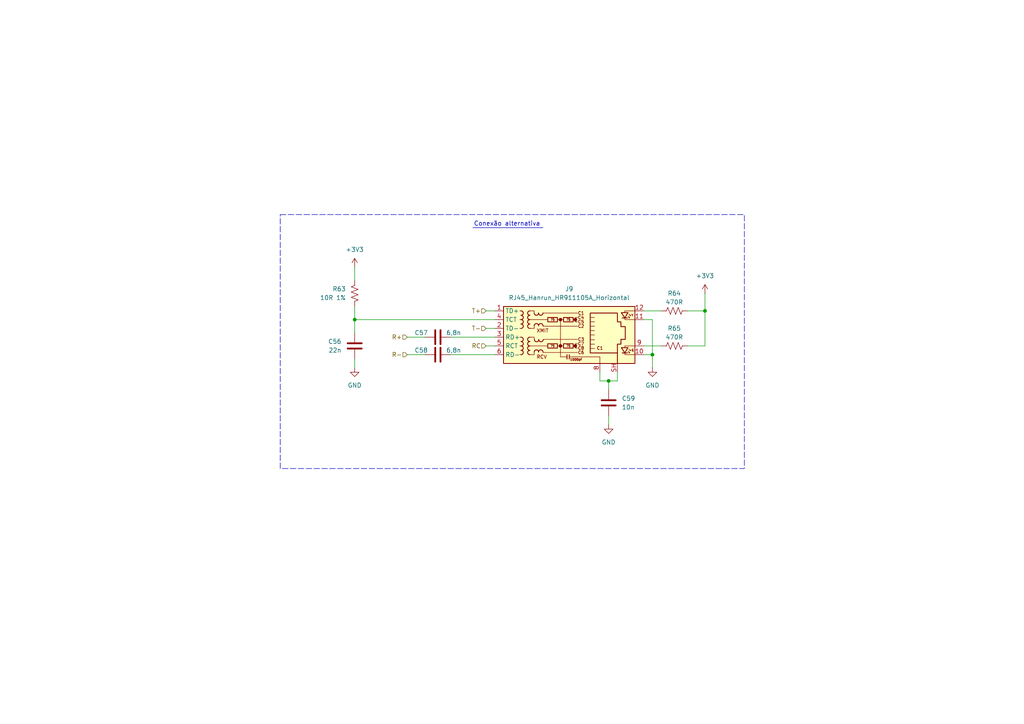
<source format=kicad_sch>
(kicad_sch (version 20231120) (generator "eeschema") (generator_version "8.0")
  (paper "A4")
  (title_block (title "SFP_IC") (date "2025-11-07") (rev "v1.0") (company "UNIFEI-LABTEL") (comment 1 "Autor: Josué Benevides Sanchez"))
  (lib_symbols
    (symbol "Connector:RJ45_Hanrun_HR911105A_Horizontal"
      (property "Reference" "J" (at 18.415 10.16 0))
      (property "Value" "RJ45_Hanrun_HR911105A_Horizontal" (at -19.05 10.16 0))
      (symbol "RJ45_Hanrun_HR911105A_Horizontal_0_0"
        (circle (center -1.27 -2.54) (radius 0.0001) (stroke (width 0.508)))
        (circle (center -1.27 5.08) (radius 0.0001) (stroke (width 0.508)))
        (polyline (pts (xy -1.27 5.08) (xy -1.27 -5.715)))
        (polyline (pts (xy 0.635 -5.08) (xy 0.635 -6.35)) (stroke (width 0.254)))
        (polyline (pts (xy 1.27 -5.08) (xy 1.27 -6.35)) (stroke (width 0.254)))
        (polyline (pts (xy 3.048 -2.54) (xy 2.54 -2.54)))
        (polyline (pts (xy 3.048 5.08) (xy 2.54 5.08)))
        (polyline (pts (xy 17.399 -3.048) (xy 17.399 -2.54) (xy 20.32 -2.54)))
        (polyline (pts (xy 17.399 7.112) (xy 17.399 7.62) (xy 20.32 7.62)))
        (polyline (pts (xy 20.32 -5.08) (xy 17.399 -5.08) (xy 17.399 -4.572)))
        (polyline (pts (xy 20.32 5.08) (xy 17.399 5.08) (xy 17.399 5.588)))
        (polyline (pts (xy 3.683 -1.905) (xy 3.048 -1.905) (xy 3.048 -3.175) (xy 3.683 -3.175)))
        (polyline (pts (xy 3.683 5.715) (xy 3.048 5.715) (xy 3.048 4.445) (xy 3.683 4.445)))
        (circle (center 3.048 -2.54) (radius 0.0001) (stroke (width 0.508)))
        (circle (center 3.048 5.08) (radius 0.0001) (stroke (width 0.508)))
        (text "C1" (at 4.699 6.985 0) (effects (font (size 0.889 0.889))))
        (text "C1" (at 10.16 -3.175 0) (effects (font (size 0.889 0.889))))
        (text "C2" (at 4.699 3.175 0) (effects (font (size 0.889 0.889))))
        (text "C3" (at 4.699 -0.635 0) (effects (font (size 0.889 0.889))))
        (text "C4" (at 4.699 5.715 0) (effects (font (size 0.889 0.889))))
        (text "C5" (at 4.699 4.445 0) (effects (font (size 0.889 0.889))))
        (text "C6" (at 4.699 -4.445 0) (effects (font (size 0.889 0.889))))
        (text "C7" (at 4.699 -1.905 0) (effects (font (size 0.889 0.889))))
        (text "C8" (at 4.699 -3.175 0) (effects (font (size 0.889 0.889))))
        (text "RCV" (at -8.255 -5.715 0) (effects (font (size 1.016 1.016)) (justify left)))
        (text "XMIT" (at -8.255 1.905 0) (effects (font (size 1.016 1.016)) (justify left)))
      )
      (symbol "RJ45_Hanrun_HR911105A_Horizontal_0_1"
        (rectangle (start -17.78 8.89) (end 20.32 -7.62) (stroke (width 0.254)) (fill (type background)))
        (polyline (pts (xy -12.7 -5.08) (xy -13.081 -5.08)))
        (polyline (pts (xy -12.7 -2.54) (xy -13.081 -2.54)))
        (polyline (pts (xy -12.7 0) (xy -13.081 0)))
        (polyline (pts (xy -12.7 2.54) (xy -13.081 2.54)))
        (polyline (pts (xy -12.7 5.08) (xy -13.081 5.08)))
        (polyline (pts (xy -12.7 7.62) (xy -13.081 7.62)))
        (polyline (pts (xy -6.35 -4.445) (xy 3.683 -4.445)))
        (polyline (pts (xy -6.35 3.175) (xy 3.683 3.175)))
        (polyline (pts (xy -6.35 6.985) (xy 3.683 6.985)))
        (polyline (pts (xy -6.223 -0.635) (xy 3.683 -0.635)))
        (polyline (pts (xy -5.08 -2.54) (xy -10.16 -2.54)))
        (polyline (pts (xy -4.953 5.08) (xy -10.16 5.08)))
        (polyline (pts (xy -2.159 -2.54) (xy -0.381 -2.54)))
        (polyline (pts (xy -2.159 5.08) (xy -0.381 5.08)))
        (polyline (pts (xy 0.635 -5.715) (xy -1.27 -5.715)))
        (polyline (pts (xy 7.366 -2.032) (xy 8.636 -2.032)))
        (polyline (pts (xy 7.366 -0.762) (xy 8.636 -0.762)))
        (polyline (pts (xy 7.366 0.635) (xy 8.636 0.635)))
        (polyline (pts (xy 7.366 1.905) (xy 8.636 1.905)))
        (polyline (pts (xy 7.366 3.175) (xy 8.636 3.175)))
        (polyline (pts (xy 8.636 -3.302) (xy 7.366 -3.302)))
        (polyline (pts (xy 8.636 4.445) (xy 7.366 4.445)))
        (polyline (pts (xy 8.636 5.715) (xy 7.366 5.715)))
        (polyline (pts (xy 10.16 -5.715) (xy 1.27 -5.715)))
        (polyline (pts (xy 10.16 -5.715) (xy 10.16 -7.62)))
        (polyline (pts (xy -10.16 0) (xy -8.89 0) (xy -8.89 -0.635)))
        (polyline (pts (xy -10.16 7.62) (xy -8.89 7.62) (xy -8.89 6.985)))
        (polyline (pts (xy -8.89 -4.445) (xy -8.89 -5.08) (xy -10.16 -5.08)))
        (polyline (pts (xy -8.89 3.175) (xy -8.89 2.54) (xy -10.16 2.54)))
      )
      (symbol "RJ45_Hanrun_HR911105A_Horizontal_1_0"
        (text "1000pF" (at 3.302 -6.477 0) (effects (font (size 0.635 0.635))))
      )
      (symbol "RJ45_Hanrun_HR911105A_Horizontal_1_1"
        (arc (start -12.7 -1.27) (mid -12.0677 -0.635) (end -12.7 0) (stroke (width 0.254)))
        (arc (start -12.6973 -5.08) (mid -12.065 -4.445) (end -12.6973 -3.81) (stroke (width 0.254)))
        (arc (start -12.6973 -3.81) (mid -12.065 -3.175) (end -12.6973 -2.54) (stroke (width 0.254)))
        (arc (start -12.6973 -2.54) (mid -12.065 -1.905) (end -12.6973 -1.27) (stroke (width 0.254)))
        (arc (start -12.6973 6.35) (mid -12.065 6.985) (end -12.6973 7.62) (stroke (width 0.254)))
        (arc (start -12.6946 2.54) (mid -12.0623 3.175) (end -12.6946 3.81) (stroke (width 0.254)))
        (arc (start -12.6946 3.81) (mid -12.0623 4.445) (end -12.6946 5.08) (stroke (width 0.254)))
        (arc (start -12.6946 5.08) (mid -12.0623 5.715) (end -12.6946 6.35) (stroke (width 0.254)))
        (arc (start -10.1654 -2.54) (mid -10.7977 -3.175) (end -10.1654 -3.81) (stroke (width 0.254)))
        (arc (start -10.1654 -1.27) (mid -10.7977 -1.905) (end -10.1654 -2.54) (stroke (width 0.254)))
        (arc (start -10.1654 0) (mid -10.7977 -0.635) (end -10.1654 -1.27) (stroke (width 0.254)))
        (arc (start -10.1654 5.08) (mid -10.7977 4.445) (end -10.1654 3.81) (stroke (width 0.254)))
        (arc (start -10.1654 6.35) (mid -10.7977 5.715) (end -10.1654 5.08) (stroke (width 0.254)))
        (arc (start -10.1654 7.62) (mid -10.7977 6.985) (end -10.1654 6.35) (stroke (width 0.254)))
        (arc (start -10.1627 -3.81) (mid -10.795 -4.445) (end -10.1627 -5.08) (stroke (width 0.254)))
        (arc (start -10.1627 3.81) (mid -10.795 3.175) (end -10.1627 2.54) (stroke (width 0.254)))
        (arc (start -8.89 6.9823) (mid -8.255 6.35) (end -7.62 6.9823) (stroke (width 0.254)))
        (arc (start -8.8265 -0.7012) (mid -8.1915 -1.3335) (end -7.5565 -0.7012) (stroke (width 0.254)))
        (arc (start -7.62 -4.3153) (mid -8.255 -3.683) (end -8.89 -4.3153) (stroke (width 0.254)))
        (arc (start -7.62 3.3047) (mid -8.255 3.937) (end -8.89 3.3047) (stroke (width 0.254)))
        (arc (start -7.62 6.985) (mid -6.985 6.3527) (end -6.35 6.985) (stroke (width 0.254)))
        (arc (start -7.5565 -0.6985) (mid -6.9215 -1.3308) (end -6.2865 -0.6985) (stroke (width 0.254)))
        (arc (start -6.35 -4.3126) (mid -6.985 -3.6803) (end -7.62 -4.3126) (stroke (width 0.254)))
        (arc (start -6.35 3.3074) (mid -6.985 3.9397) (end -7.62 3.3074) (stroke (width 0.254)))
        (rectangle (start -4.953 -1.905) (end -2.159 -3.175) (stroke (width 0.254)))
        (rectangle (start -4.953 5.715) (end -2.159 4.445) (stroke (width 0.254)))
        (rectangle (start -0.381 -1.905) (end 2.413 -3.175) (stroke (width 0.254)))
        (rectangle (start -0.381 5.715) (end 2.413 4.445) (stroke (width 0.254)))
        (polyline (pts (xy 15.24 -7.62) (xy 15.24 -4.572)) (stroke (width 0.254)))
        (polyline (pts (xy 18.161 -4.572) (xy 16.637 -4.572)) (stroke (width 0.254)))
        (polyline (pts (xy 18.161 5.588) (xy 16.637 5.588)) (stroke (width 0.254)))
        (polyline (pts (xy 18.796 -4.572) (xy 18.796 -4.318)))
        (polyline (pts (xy 18.796 5.588) (xy 18.796 5.842)))
        (polyline (pts (xy 19.05 -3.937) (xy 19.05 -3.683)))
        (polyline (pts (xy 19.05 6.223) (xy 19.05 6.477)))
        (polyline (pts (xy 18.288 -4.064) (xy 18.796 -4.572) (xy 18.542 -4.572)))
        (polyline (pts (xy 18.288 6.096) (xy 18.796 5.588) (xy 18.542 5.588)))
        (polyline (pts (xy 18.542 -3.429) (xy 19.05 -3.937) (xy 18.796 -3.937)))
        (polyline (pts (xy 18.542 6.731) (xy 19.05 6.223) (xy 18.796 6.223)))
        (polyline (pts (xy 18.288 -3.048) (xy 16.383 -3.048) (xy 17.399 -4.572) (xy 18.288 -3.048)) (stroke (width 0.254)))
        (polyline (pts (xy 18.288 7.112) (xy 16.383 7.112) (xy 17.399 5.588) (xy 18.288 7.112)) (stroke (width 0.254)))
        (polyline (pts (xy 7.366 -4.572) (xy 7.366 6.985) (xy 15.24 6.985) (xy 15.24 4.445) (xy 16.256 4.445) (xy 16.256 3.048) (xy 17.526 3.048) (xy 17.526 -0.635) (xy 16.256 -0.635) (xy 16.256 -2.032) (xy 15.24 -2.032) (xy 15.24 -4.572) (xy 7.366 -4.572)) (stroke (width 0.254)))
        (text "75" (at -3.556 -2.54 0) (effects (font (size 0.635 0.635))))
        (text "75" (at -3.556 5.08 0) (effects (font (size 0.635 0.635))))
        (text "75" (at 1.016 -2.54 0) (effects (font (size 0.635 0.635))))
        (text "75" (at 1.016 5.08 0) (effects (font (size 0.635 0.635))))
        (text "G" (at 19.685 -3.81 0) (effects (font (size 0.635 0.635))))
        (text "Y" (at 19.558 6.35 0) (effects (font (size 0.635 0.635))))
        (pin passive line (at -20.32 7.62 0) (length 2.54) (name "TD+") (number "1"))
        (pin passive line (at 22.86 -5.08 180) (length 2.54) (name "") (number "10"))
        (pin passive line (at 22.86 5.08 180) (length 2.54) (name "") (number "11"))
        (pin passive line (at 22.86 7.62 180) (length 2.54) (name "") (number "12"))
        (pin passive line (at -20.32 2.54 0) (length 2.54) (name "TD-") (number "2"))
        (pin passive line (at -20.32 0 0) (length 2.54) (name "RD+") (number "3"))
        (pin passive line (at -20.32 5.08 0) (length 2.54) (name "TCT") (number "4"))
        (pin passive line (at -20.32 -2.54 0) (length 2.54) (name "RCT") (number "5"))
        (pin passive line (at -20.32 -5.08 0) (length 2.54) (name "RD-") (number "6"))
        (pin no_connect line (at 20.32 0 0) (length 0) hide (name "NC") (number "7"))
        (pin power_in line (at 10.16 -10.16 90) (length 2.54) (name "") (number "8"))
        (pin passive line (at 22.86 -2.54 180) (length 2.54) (name "") (number "9"))
        (pin passive line (at 15.24 -10.16 90) (length 2.54) (name "") (number "SH"))
      )
    )
    (symbol "Device:C" (pin_numbers hide) (pin_names (offset 0.254))
      (property "Reference" "C" (at 0.635 2.54 0))
      (property "Value" "C" (at 0.635 -2.54 0))
      (symbol "C_0_1"
        (polyline (pts (xy -2.032 -0.762) (xy 2.032 -0.762)) (stroke (width 0.508)))
        (polyline (pts (xy -2.032 0.762) (xy 2.032 0.762)) (stroke (width 0.508)))
      )
      (symbol "C_1_1"
        (pin passive line (at 0 3.81 270) (length 2.794) (name "~") (number "1"))
        (pin passive line (at 0 -3.81 90) (length 2.794) (name "~") (number "2"))
      )
    )
    (symbol "Device:R_US" (pin_numbers hide) (pin_names (offset 0))
      (property "Reference" "R" (at 2.54 0 90))
      (property "Value" "R_US" (at -2.54 0 90))
      (symbol "R_US_0_1"
        (polyline (pts (xy 0 -2.286) (xy 0 -2.54)))
        (polyline (pts (xy 0 2.286) (xy 0 2.54)))
        (polyline (pts (xy 0 -0.762) (xy 1.016 -1.143) (xy 0 -1.524) (xy -1.016 -1.905) (xy 0 -2.286)))
        (polyline (pts (xy 0 0.762) (xy 1.016 0.381) (xy 0 0) (xy -1.016 -0.381) (xy 0 -0.762)))
        (polyline (pts (xy 0 2.286) (xy 1.016 1.905) (xy 0 1.524) (xy -1.016 1.143) (xy 0 0.762)))
      )
      (symbol "R_US_1_1"
        (pin passive line (at 0 3.81 270) (length 1.27) (name "~") (number "1"))
        (pin passive line (at 0 -3.81 90) (length 1.27) (name "~") (number "2"))
      )
    )
    (symbol "power:+3V3" (power) (pin_numbers hide) (pin_names (offset 0) hide)
      (property "Value" "+3V3" (at 0 3.556 0))
      (symbol "+3V3_0_1"
        (polyline (pts (xy -0.762 1.27) (xy 0 2.54)))
        (polyline (pts (xy 0 0) (xy 0 2.54)))
        (polyline (pts (xy 0 2.54) (xy 0.762 1.27)))
      )
      (symbol "+3V3_1_1"
        (pin power_in line (at 0 0 90) (length 0) (name "~") (number "1"))
      )
    )
    (symbol "power:GND" (power) (pin_numbers hide) (pin_names (offset 0) hide)
      (property "Value" "GND" (at 0 -3.81 0))
      (symbol "GND_0_1"
        (polyline (pts (xy 0 0) (xy 0 -1.27) (xy 1.27 -1.27) (xy 0 -2.54) (xy -1.27 -1.27) (xy 0 -1.27)))
      )
      (symbol "GND_1_1"
        (pin power_in line (at 0 0 270) (length 0) (name "~") (number "1"))
      )
    )
  )
  (junction (at 189.23 102.87))
  (junction (at 102.87 92.71))
  (junction (at 204.47 90.17))
  (junction (at 176.53 110.49))
  (wire (pts (xy 173.99 107.95) (xy 173.99 110.49)))
  (wire (pts (xy 186.69 92.71) (xy 189.23 92.71)))
  (wire (pts (xy 102.87 104.14) (xy 102.87 106.68)))
  (wire (pts (xy 173.99 110.49) (xy 176.53 110.49)))
  (wire (pts (xy 118.11 97.79) (xy 123.19 97.79)))
  (wire (pts (xy 176.53 110.49) (xy 176.53 113.03)))
  (wire (pts (xy 102.87 88.9) (xy 102.87 92.71)))
  (wire (pts (xy 204.47 85.09) (xy 204.47 90.17)))
  (wire (pts (xy 186.69 102.87) (xy 189.23 102.87)))
  (wire (pts (xy 186.69 90.17) (xy 191.77 90.17)))
  (wire (pts (xy 204.47 90.17) (xy 199.39 90.17)))
  (wire (pts (xy 130.81 102.87) (xy 143.51 102.87)))
  (wire (pts (xy 102.87 77.47) (xy 102.87 81.28)))
  (polyline (pts (xy 137.16 66.04) (xy 157.48 66.04)))
  (wire (pts (xy 179.07 107.95) (xy 179.07 110.49)))
  (wire (pts (xy 102.87 92.71) (xy 102.87 96.52)))
  (wire (pts (xy 186.69 100.33) (xy 191.77 100.33)))
  (wire (pts (xy 140.97 95.25) (xy 143.51 95.25)))
  (wire (pts (xy 102.87 92.71) (xy 143.51 92.71)))
  (wire (pts (xy 189.23 102.87) (xy 189.23 106.68)))
  (wire (pts (xy 204.47 100.33) (xy 204.47 90.17)))
  (wire (pts (xy 118.11 102.87) (xy 123.19 102.87)))
  (wire (pts (xy 199.39 100.33) (xy 204.47 100.33)))
  (wire (pts (xy 189.23 92.71) (xy 189.23 102.87)))
  (wire (pts (xy 140.97 90.17) (xy 143.51 90.17)))
  (wire (pts (xy 140.97 100.33) (xy 143.51 100.33)))
  (wire (pts (xy 176.53 120.65) (xy 176.53 123.19)))
  (wire (pts (xy 130.81 97.79) (xy 143.51 97.79)))
  (wire (pts (xy 179.07 110.49) (xy 176.53 110.49)))
  (rectangle (start 81.28 62.23) (end 215.9 135.89) (stroke (width 0) (type dash)))
  (text "Conexão alternativa" (at 147.066 65.024 0) (effects (font (size 1.27 1.27))))
  (hierarchical_label "R-" (shape input) (at 118.11 102.87 180))
  (hierarchical_label "RC" (shape input) (at 140.97 100.33 180))
  (hierarchical_label "R+" (shape input) (at 118.11 97.79 180))
  (hierarchical_label "T+" (shape input) (at 140.97 90.17 180))
  (hierarchical_label "T-" (shape input) (at 140.97 95.25 180))
  (symbol (lib_id "power:GND") (at 102.87 106.68 0) (unit 1) (in_bom no) (on_board no)
    (property "Reference" "#PWR078" (effects (hide yes)))
    (property "Value" "GND" (at 102.87 111.76 0))
    (property "Description" "Power symbol creates a global label with name \"GND\" , ground" (effects (hide yes)))
  )
  (symbol (lib_id "power:GND") (at 189.23 106.68 0) (unit 1) (in_bom no) (on_board no)
    (property "Reference" "#PWR080" (effects (hide yes)))
    (property "Value" "GND" (at 189.23 111.76 0))
    (property "Description" "Power symbol creates a global label with name \"GND\" , ground" (effects (hide yes)))
  )
  (symbol (lib_id "Connector:RJ45_Hanrun_HR911105A_Horizontal") (at 163.83 97.79 0) (unit 1) (in_bom no) (on_board no)
    (property "Reference" "J9" (at 165.1 83.82 0))
    (property "Value" "RJ45_Hanrun_HR911105A_Horizontal" (at 165.1 86.36 0))
    (property "Footprint" "Connector_RJ:RJ45_Hanrun_HR911105A_Horizontal" (effects (hide yes)))
    (property "Datasheet" "https://datasheet.lcsc.com/lcsc/1811141815_HANRUN-Zhongshan-HanRun-Elec-HR911105A_C12074.pdf" (effects (hide yes)))
    (property "Description" "1 Port RJ45 Magjack Connector Through Hole 10/100 Base-T, AutoMDIX" (effects (hide yes)))
  )
  (symbol (lib_id "Device:C") (at 127 97.79 90) (unit 1) (in_bom no) (on_board no)
    (property "Reference" "C57" (at 122.174 96.52 90))
    (property "Value" "6,8n" (at 131.572 96.52 90))
    (property "Footprint" "Capacitor_SMD:C_0603_1608Metric" (effects (hide yes)))
    (property "Description" "Unpolarized capacitor" (effects (hide yes)))
    (property "JLCPCB Part #" "C1631" (effects (hide yes)))
  )
  (symbol (lib_id "Device:R_US") (at 195.58 90.17 90) (unit 1) (in_bom no) (on_board no)
    (property "Reference" "R64" (at 195.58 85.09 90))
    (property "Value" "470R" (at 195.58 87.63 90))
    (property "Footprint" "Resistor_SMD:R_0603_1608Metric" (effects (hide yes)))
    (property "Description" "Resistor, US symbol" (effects (hide yes)))
    (property "JLCPCB Part #" "C23179" (effects (hide yes)))
  )
  (symbol (lib_id "power:+3V3") (at 204.47 85.09 0) (unit 1) (in_bom no) (on_board no)
    (property "Reference" "#PWR081" (effects (hide yes)))
    (property "Value" "+3V3" (at 204.47 80.01 0))
    (property "Description" "Power symbol creates a global label with name \"+3V3\"" (effects (hide yes)))
  )
  (symbol (lib_id "Device:C") (at 176.53 116.84 0) (unit 1) (in_bom no) (on_board no)
    (property "Reference" "C59" (at 180.34 115.5699 0) (effects (justify left)))
    (property "Value" "10n" (at 180.34 118.1099 0) (effects (justify left)))
    (property "Footprint" "Capacitor_SMD:C_0402_1005Metric" (effects (hide yes)))
    (property "Description" "Unpolarized capacitor" (effects (hide yes)))
    (property "JLCPCB Part #" "C15195" (effects (hide yes)))
  )
  (symbol (lib_id "power:+3V3") (at 102.87 77.47 0) (unit 1) (in_bom no) (on_board no)
    (property "Reference" "#PWR077" (effects (hide yes)))
    (property "Value" "+3V3" (at 102.87 72.39 0))
    (property "Description" "Power symbol creates a global label with name \"+3V3\"" (effects (hide yes)))
  )
  (symbol (lib_id "Device:C") (at 102.87 100.33 0) (unit 1) (in_bom no) (on_board no)
    (property "Reference" "C56" (at 99.06 99.0599 0) (effects (justify right)))
    (property "Value" "22n" (at 99.06 101.5999 0) (effects (justify right)))
    (property "Footprint" "Capacitor_SMD:C_0402_1005Metric" (effects (hide yes)))
    (property "Description" "Unpolarized capacitor" (effects (hide yes)))
    (property "JLCPCB Part #" "C1532" (effects (hide yes)))
  )
  (symbol (lib_id "Device:R_US") (at 102.87 85.09 0) (mirror x) (unit 1) (in_bom no) (on_board no)
    (property "Reference" "R63" (at 100.33 83.8199 0) (effects (justify right)))
    (property "Value" "10R 1%" (at 100.33 86.3599 0) (effects (justify right)))
    (property "Footprint" "Resistor_SMD:R_0402_1005Metric" (effects (hide yes)))
    (property "Description" "Resistor, US symbol" (effects (hide yes)))
    (property "JLCPCB Part #" "C25077" (effects (hide yes)))
  )
  (symbol (lib_id "Device:C") (at 127 102.87 90) (unit 1) (in_bom no) (on_board no)
    (property "Reference" "C58" (at 122.174 101.6 90))
    (property "Value" "6,8n" (at 131.572 101.6 90))
    (property "Footprint" "Capacitor_SMD:C_0603_1608Metric" (effects (hide yes)))
    (property "Description" "Unpolarized capacitor" (effects (hide yes)))
    (property "JLCPCB Part #" "C1631" (effects (hide yes)))
  )
  (symbol (lib_id "power:GND") (at 176.53 123.19 0) (unit 1) (in_bom no) (on_board no)
    (property "Reference" "#PWR079" (effects (hide yes)))
    (property "Value" "GND" (at 176.53 128.27 0))
    (property "Description" "Power symbol creates a global label with name \"GND\" , ground" (effects (hide yes)))
  )
  (symbol (lib_id "Device:R_US") (at 195.58 100.33 90) (unit 1) (in_bom no) (on_board no)
    (property "Reference" "R65" (at 195.58 95.25 90))
    (property "Value" "470R" (at 195.58 97.79 90))
    (property "Footprint" "Resistor_SMD:R_0603_1608Metric" (effects (hide yes)))
    (property "Description" "Resistor, US symbol" (effects (hide yes)))
    (property "JLCPCB Part #" "C23179" (effects (hide yes)))
  )
)
</source>
